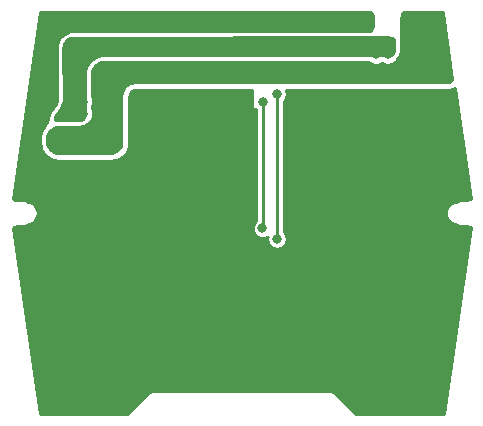
<source format=gbr>
%TF.GenerationSoftware,KiCad,Pcbnew,(5.1.6)-1*%
%TF.CreationDate,2020-11-14T16:31:53+00:00*%
%TF.ProjectId,Displayboard4,44697370-6c61-4796-926f-617264342e6b,rev?*%
%TF.SameCoordinates,Original*%
%TF.FileFunction,Copper,L2,Bot*%
%TF.FilePolarity,Positive*%
%FSLAX46Y46*%
G04 Gerber Fmt 4.6, Leading zero omitted, Abs format (unit mm)*
G04 Created by KiCad (PCBNEW (5.1.6)-1) date 2020-11-14 16:31:53*
%MOMM*%
%LPD*%
G01*
G04 APERTURE LIST*
%TA.AperFunction,ViaPad*%
%ADD10C,0.800000*%
%TD*%
%TA.AperFunction,Conductor*%
%ADD11C,0.250000*%
%TD*%
%TA.AperFunction,Conductor*%
%ADD12C,0.254000*%
%TD*%
%TA.AperFunction,Conductor*%
%ADD13C,0.300000*%
%TD*%
G04 APERTURE END LIST*
D10*
%TO.N,GND*%
X110990000Y-65760000D03*
X112490000Y-65760000D03*
X113990000Y-65760000D03*
X115490000Y-65760000D03*
X116990000Y-65760000D03*
X110990000Y-67260000D03*
X112490000Y-67260000D03*
X113990000Y-67260000D03*
X115490000Y-67260000D03*
X116990000Y-67260000D03*
X110990000Y-68760000D03*
X112490000Y-68760000D03*
X113990000Y-68760000D03*
X115490000Y-68760000D03*
X116990000Y-68760000D03*
X118715000Y-78140000D03*
X114425000Y-75275000D03*
X131475000Y-67575000D03*
X132975000Y-67575000D03*
X134475000Y-67575000D03*
X135975000Y-67575000D03*
X137475000Y-67575000D03*
X131475000Y-69075000D03*
X132975000Y-69075000D03*
X134475000Y-69075000D03*
X135975000Y-69075000D03*
X137475000Y-69075000D03*
X131475000Y-70575000D03*
X132975000Y-70575000D03*
X134475000Y-70575000D03*
X135975000Y-70575000D03*
X137475000Y-70575000D03*
X131475000Y-72075000D03*
X132975000Y-72075000D03*
X134475000Y-72075000D03*
X135975000Y-72075000D03*
X137475000Y-72075000D03*
X131475000Y-73575000D03*
X132975000Y-73575000D03*
X134475000Y-73575000D03*
X135975000Y-73575000D03*
X137475000Y-73575000D03*
X132900000Y-51330000D03*
X131890000Y-51330000D03*
X106290000Y-56100000D03*
X106290000Y-57100000D03*
X106290000Y-58100000D03*
X120215000Y-78140000D03*
X121715000Y-78140000D03*
X123215000Y-78140000D03*
X124715000Y-78140000D03*
X126215000Y-78140000D03*
X118715000Y-79640000D03*
X120215000Y-79640000D03*
X121715000Y-79640000D03*
X123215000Y-79640000D03*
X124715000Y-79640000D03*
X126215000Y-79640000D03*
X118715000Y-81140000D03*
X120215000Y-81140000D03*
X121715000Y-81140000D03*
X123215000Y-81140000D03*
X124715000Y-81140000D03*
X126215000Y-81140000D03*
X108105000Y-78135000D03*
X106605000Y-76635000D03*
X108105000Y-79635000D03*
X106605000Y-79635000D03*
X106605000Y-78135000D03*
X108105000Y-81135000D03*
X106605000Y-81135000D03*
X108105000Y-76635000D03*
X106605000Y-75135000D03*
X108105000Y-75135000D03*
X126950000Y-71080000D03*
X128530000Y-71080000D03*
X105290000Y-58100000D03*
X105290000Y-57100000D03*
X105290000Y-56100000D03*
%TO.N,13V*%
X109050000Y-61110000D03*
X136900000Y-51330000D03*
X106430010Y-61100000D03*
X137860000Y-51330000D03*
%TO.N,+3V3*%
X109050000Y-58100000D03*
X134900000Y-54070000D03*
X133900000Y-54070000D03*
X109050000Y-59100000D03*
%TO.N,RST*%
X125490000Y-57390000D03*
X125490153Y-69710153D03*
%TO.N,Display5_CS*%
X124254990Y-58115010D03*
X124250000Y-68810000D03*
%TD*%
D11*
%TO.N,RST*%
X125490153Y-57390153D02*
X125490000Y-57390000D01*
X125490153Y-69710153D02*
X125490153Y-57390153D01*
%TO.N,Display5_CS*%
X124254990Y-68805010D02*
X124250000Y-68810000D01*
X124254990Y-58115010D02*
X124254990Y-68805010D01*
%TD*%
D12*
%TO.N,GND*%
G36*
X133475362Y-50515328D02*
G01*
X133555978Y-50666150D01*
X133605624Y-50829811D01*
X133623000Y-51006234D01*
X133623000Y-51493766D01*
X133605624Y-51670189D01*
X133555978Y-51833850D01*
X133475362Y-51984672D01*
X133401452Y-52074732D01*
X108270742Y-52092300D01*
X108228861Y-52094388D01*
X108033657Y-52113765D01*
X107951519Y-52130174D01*
X107763853Y-52187285D01*
X107686498Y-52219414D01*
X107513592Y-52312062D01*
X107443997Y-52358673D01*
X107292504Y-52483293D01*
X107233348Y-52542594D01*
X107109098Y-52694390D01*
X107062656Y-52764098D01*
X106970430Y-52937229D01*
X106938491Y-53014662D01*
X106881837Y-53202467D01*
X106865628Y-53284647D01*
X106846728Y-53479898D01*
X106844742Y-53521782D01*
X106852406Y-57928400D01*
X106838218Y-58067592D01*
X106802511Y-58179758D01*
X106733618Y-58301538D01*
X106292014Y-58922543D01*
X106261516Y-58972315D01*
X106189563Y-59110075D01*
X106150226Y-59219700D01*
X106118174Y-59371778D01*
X106109922Y-59487958D01*
X106116687Y-59590460D01*
X105998983Y-59752083D01*
X105991718Y-59763244D01*
X105886834Y-59944517D01*
X105875998Y-59968807D01*
X105824891Y-60125796D01*
X105722156Y-60251872D01*
X105665013Y-60338059D01*
X105573150Y-60511452D01*
X105533937Y-60607138D01*
X105477702Y-60795131D01*
X105457929Y-60896635D01*
X105439488Y-61091990D01*
X105437161Y-61143703D01*
X105438873Y-61556335D01*
X105441611Y-61607844D01*
X105461532Y-61802345D01*
X105482000Y-61903328D01*
X105539386Y-62090235D01*
X105579113Y-62185308D01*
X105671771Y-62357476D01*
X105729239Y-62443001D01*
X105853627Y-62593848D01*
X105926635Y-62666554D01*
X106077997Y-62790315D01*
X106163760Y-62847427D01*
X106336311Y-62939370D01*
X106431548Y-62978703D01*
X106618692Y-63035313D01*
X106719758Y-63055362D01*
X106914339Y-63074476D01*
X106965859Y-63077000D01*
X111460000Y-63077000D01*
X111511656Y-63074462D01*
X111706746Y-63055247D01*
X111808068Y-63035093D01*
X111995661Y-62978188D01*
X112091109Y-62938653D01*
X112263996Y-62846243D01*
X112349895Y-62788847D01*
X112501432Y-62664484D01*
X112574484Y-62591432D01*
X112698847Y-62439895D01*
X112756243Y-62353996D01*
X112848653Y-62181109D01*
X112888188Y-62085661D01*
X112945093Y-61898068D01*
X112965247Y-61796746D01*
X112984462Y-61601656D01*
X112987000Y-61550000D01*
X112987000Y-57615888D01*
X112998589Y-57498220D01*
X113025360Y-57409969D01*
X113068836Y-57328631D01*
X113127342Y-57257342D01*
X113198631Y-57198836D01*
X113279969Y-57155360D01*
X113368220Y-57128589D01*
X113485888Y-57117000D01*
X123340566Y-57117000D01*
X123333002Y-58569339D01*
X123334482Y-58589343D01*
X123340667Y-58613458D01*
X123351438Y-58635904D01*
X123366381Y-58655817D01*
X123384922Y-58672432D01*
X123406348Y-58685111D01*
X123429836Y-58693366D01*
X123454483Y-58696880D01*
X123676981Y-58706554D01*
X123702990Y-58732563D01*
X123702991Y-68187456D01*
X123607628Y-68282819D01*
X123517123Y-68418269D01*
X123454782Y-68568773D01*
X123423000Y-68728548D01*
X123423000Y-68891452D01*
X123454782Y-69051227D01*
X123517123Y-69201731D01*
X123607628Y-69337181D01*
X123722819Y-69452372D01*
X123858269Y-69542877D01*
X124008773Y-69605218D01*
X124168548Y-69637000D01*
X124331452Y-69637000D01*
X124491227Y-69605218D01*
X124641731Y-69542877D01*
X124686125Y-69513214D01*
X124663153Y-69628701D01*
X124663153Y-69791605D01*
X124694935Y-69951380D01*
X124757276Y-70101884D01*
X124847781Y-70237334D01*
X124962972Y-70352525D01*
X125098422Y-70443030D01*
X125248926Y-70505371D01*
X125408701Y-70537153D01*
X125571605Y-70537153D01*
X125731380Y-70505371D01*
X125881884Y-70443030D01*
X126017334Y-70352525D01*
X126132525Y-70237334D01*
X126223030Y-70101884D01*
X126285371Y-69951380D01*
X126317153Y-69791605D01*
X126317153Y-69628701D01*
X126285371Y-69468926D01*
X126223030Y-69318422D01*
X126132525Y-69182972D01*
X126042153Y-69092600D01*
X126042153Y-58007400D01*
X126132372Y-57917181D01*
X126222877Y-57781731D01*
X126285218Y-57631227D01*
X126317000Y-57471452D01*
X126317000Y-57308548D01*
X126285218Y-57148773D01*
X126272057Y-57117000D01*
X139793262Y-57117000D01*
X139843424Y-57114607D01*
X140032926Y-57096487D01*
X140131430Y-57077476D01*
X140314064Y-57023774D01*
X140407181Y-56986441D01*
X140532249Y-56921863D01*
X141868861Y-66278149D01*
X141828951Y-66306142D01*
X141701028Y-66355319D01*
X141557221Y-66373000D01*
X141193162Y-66373000D01*
X141180474Y-66373635D01*
X140981651Y-66393599D01*
X140956779Y-66398645D01*
X140765896Y-66457742D01*
X140742526Y-66467632D01*
X140605749Y-66542423D01*
X140467843Y-66569854D01*
X140291802Y-66642773D01*
X140133370Y-66748634D01*
X139998634Y-66883370D01*
X139892773Y-67041802D01*
X139819854Y-67217843D01*
X139782680Y-67404727D01*
X139782680Y-67595273D01*
X139819854Y-67782157D01*
X139892773Y-67958198D01*
X139998634Y-68116630D01*
X140133370Y-68251366D01*
X140291802Y-68357227D01*
X140467843Y-68430146D01*
X140585681Y-68453586D01*
X140723164Y-68529929D01*
X140746785Y-68540070D01*
X140939906Y-68600686D01*
X140965086Y-68605863D01*
X141166458Y-68626348D01*
X141179311Y-68627000D01*
X141547219Y-68627000D01*
X141693113Y-68644939D01*
X141822994Y-68694873D01*
X141868186Y-68726576D01*
X139607983Y-84548000D01*
X132187225Y-84548000D01*
X130335323Y-82696100D01*
X130321159Y-82678841D01*
X130252333Y-82622357D01*
X130173810Y-82580386D01*
X130088607Y-82554540D01*
X130022205Y-82548000D01*
X130000000Y-82545813D01*
X129977795Y-82548000D01*
X115022204Y-82548000D01*
X114999999Y-82545813D01*
X114911392Y-82554540D01*
X114826190Y-82580386D01*
X114747667Y-82622357D01*
X114678841Y-82678841D01*
X114664686Y-82696089D01*
X112812777Y-84548000D01*
X105392017Y-84548000D01*
X103133157Y-68735981D01*
X103188853Y-68696910D01*
X103322686Y-68645456D01*
X103472782Y-68627000D01*
X103847928Y-68627000D01*
X103861120Y-68626313D01*
X104067741Y-68604734D01*
X104093555Y-68599283D01*
X104291260Y-68535477D01*
X104315391Y-68524809D01*
X104453194Y-68445853D01*
X104532157Y-68430146D01*
X104708198Y-68357227D01*
X104866630Y-68251366D01*
X105001366Y-68116630D01*
X105107227Y-67958198D01*
X105180146Y-67782157D01*
X105217320Y-67595273D01*
X105217320Y-67404727D01*
X105180146Y-67217843D01*
X105107227Y-67041802D01*
X105001366Y-66883370D01*
X104866630Y-66748634D01*
X104708198Y-66642773D01*
X104532157Y-66569854D01*
X104431507Y-66549833D01*
X104315744Y-66483985D01*
X104291731Y-66473441D01*
X104095092Y-66410386D01*
X104069426Y-66405000D01*
X103864029Y-66383679D01*
X103850916Y-66383000D01*
X103471802Y-66383000D01*
X103321458Y-66364520D01*
X103187379Y-66312989D01*
X103131735Y-66273971D01*
X105392017Y-50452000D01*
X133423390Y-50452000D01*
X133475362Y-50515328D01*
G37*
X133475362Y-50515328D02*
X133555978Y-50666150D01*
X133605624Y-50829811D01*
X133623000Y-51006234D01*
X133623000Y-51493766D01*
X133605624Y-51670189D01*
X133555978Y-51833850D01*
X133475362Y-51984672D01*
X133401452Y-52074732D01*
X108270742Y-52092300D01*
X108228861Y-52094388D01*
X108033657Y-52113765D01*
X107951519Y-52130174D01*
X107763853Y-52187285D01*
X107686498Y-52219414D01*
X107513592Y-52312062D01*
X107443997Y-52358673D01*
X107292504Y-52483293D01*
X107233348Y-52542594D01*
X107109098Y-52694390D01*
X107062656Y-52764098D01*
X106970430Y-52937229D01*
X106938491Y-53014662D01*
X106881837Y-53202467D01*
X106865628Y-53284647D01*
X106846728Y-53479898D01*
X106844742Y-53521782D01*
X106852406Y-57928400D01*
X106838218Y-58067592D01*
X106802511Y-58179758D01*
X106733618Y-58301538D01*
X106292014Y-58922543D01*
X106261516Y-58972315D01*
X106189563Y-59110075D01*
X106150226Y-59219700D01*
X106118174Y-59371778D01*
X106109922Y-59487958D01*
X106116687Y-59590460D01*
X105998983Y-59752083D01*
X105991718Y-59763244D01*
X105886834Y-59944517D01*
X105875998Y-59968807D01*
X105824891Y-60125796D01*
X105722156Y-60251872D01*
X105665013Y-60338059D01*
X105573150Y-60511452D01*
X105533937Y-60607138D01*
X105477702Y-60795131D01*
X105457929Y-60896635D01*
X105439488Y-61091990D01*
X105437161Y-61143703D01*
X105438873Y-61556335D01*
X105441611Y-61607844D01*
X105461532Y-61802345D01*
X105482000Y-61903328D01*
X105539386Y-62090235D01*
X105579113Y-62185308D01*
X105671771Y-62357476D01*
X105729239Y-62443001D01*
X105853627Y-62593848D01*
X105926635Y-62666554D01*
X106077997Y-62790315D01*
X106163760Y-62847427D01*
X106336311Y-62939370D01*
X106431548Y-62978703D01*
X106618692Y-63035313D01*
X106719758Y-63055362D01*
X106914339Y-63074476D01*
X106965859Y-63077000D01*
X111460000Y-63077000D01*
X111511656Y-63074462D01*
X111706746Y-63055247D01*
X111808068Y-63035093D01*
X111995661Y-62978188D01*
X112091109Y-62938653D01*
X112263996Y-62846243D01*
X112349895Y-62788847D01*
X112501432Y-62664484D01*
X112574484Y-62591432D01*
X112698847Y-62439895D01*
X112756243Y-62353996D01*
X112848653Y-62181109D01*
X112888188Y-62085661D01*
X112945093Y-61898068D01*
X112965247Y-61796746D01*
X112984462Y-61601656D01*
X112987000Y-61550000D01*
X112987000Y-57615888D01*
X112998589Y-57498220D01*
X113025360Y-57409969D01*
X113068836Y-57328631D01*
X113127342Y-57257342D01*
X113198631Y-57198836D01*
X113279969Y-57155360D01*
X113368220Y-57128589D01*
X113485888Y-57117000D01*
X123340566Y-57117000D01*
X123333002Y-58569339D01*
X123334482Y-58589343D01*
X123340667Y-58613458D01*
X123351438Y-58635904D01*
X123366381Y-58655817D01*
X123384922Y-58672432D01*
X123406348Y-58685111D01*
X123429836Y-58693366D01*
X123454483Y-58696880D01*
X123676981Y-58706554D01*
X123702990Y-58732563D01*
X123702991Y-68187456D01*
X123607628Y-68282819D01*
X123517123Y-68418269D01*
X123454782Y-68568773D01*
X123423000Y-68728548D01*
X123423000Y-68891452D01*
X123454782Y-69051227D01*
X123517123Y-69201731D01*
X123607628Y-69337181D01*
X123722819Y-69452372D01*
X123858269Y-69542877D01*
X124008773Y-69605218D01*
X124168548Y-69637000D01*
X124331452Y-69637000D01*
X124491227Y-69605218D01*
X124641731Y-69542877D01*
X124686125Y-69513214D01*
X124663153Y-69628701D01*
X124663153Y-69791605D01*
X124694935Y-69951380D01*
X124757276Y-70101884D01*
X124847781Y-70237334D01*
X124962972Y-70352525D01*
X125098422Y-70443030D01*
X125248926Y-70505371D01*
X125408701Y-70537153D01*
X125571605Y-70537153D01*
X125731380Y-70505371D01*
X125881884Y-70443030D01*
X126017334Y-70352525D01*
X126132525Y-70237334D01*
X126223030Y-70101884D01*
X126285371Y-69951380D01*
X126317153Y-69791605D01*
X126317153Y-69628701D01*
X126285371Y-69468926D01*
X126223030Y-69318422D01*
X126132525Y-69182972D01*
X126042153Y-69092600D01*
X126042153Y-58007400D01*
X126132372Y-57917181D01*
X126222877Y-57781731D01*
X126285218Y-57631227D01*
X126317000Y-57471452D01*
X126317000Y-57308548D01*
X126285218Y-57148773D01*
X126272057Y-57117000D01*
X139793262Y-57117000D01*
X139843424Y-57114607D01*
X140032926Y-57096487D01*
X140131430Y-57077476D01*
X140314064Y-57023774D01*
X140407181Y-56986441D01*
X140532249Y-56921863D01*
X141868861Y-66278149D01*
X141828951Y-66306142D01*
X141701028Y-66355319D01*
X141557221Y-66373000D01*
X141193162Y-66373000D01*
X141180474Y-66373635D01*
X140981651Y-66393599D01*
X140956779Y-66398645D01*
X140765896Y-66457742D01*
X140742526Y-66467632D01*
X140605749Y-66542423D01*
X140467843Y-66569854D01*
X140291802Y-66642773D01*
X140133370Y-66748634D01*
X139998634Y-66883370D01*
X139892773Y-67041802D01*
X139819854Y-67217843D01*
X139782680Y-67404727D01*
X139782680Y-67595273D01*
X139819854Y-67782157D01*
X139892773Y-67958198D01*
X139998634Y-68116630D01*
X140133370Y-68251366D01*
X140291802Y-68357227D01*
X140467843Y-68430146D01*
X140585681Y-68453586D01*
X140723164Y-68529929D01*
X140746785Y-68540070D01*
X140939906Y-68600686D01*
X140965086Y-68605863D01*
X141166458Y-68626348D01*
X141179311Y-68627000D01*
X141547219Y-68627000D01*
X141693113Y-68644939D01*
X141822994Y-68694873D01*
X141868186Y-68726576D01*
X139607983Y-84548000D01*
X132187225Y-84548000D01*
X130335323Y-82696100D01*
X130321159Y-82678841D01*
X130252333Y-82622357D01*
X130173810Y-82580386D01*
X130088607Y-82554540D01*
X130022205Y-82548000D01*
X130000000Y-82545813D01*
X129977795Y-82548000D01*
X115022204Y-82548000D01*
X114999999Y-82545813D01*
X114911392Y-82554540D01*
X114826190Y-82580386D01*
X114747667Y-82622357D01*
X114678841Y-82678841D01*
X114664686Y-82696089D01*
X112812777Y-84548000D01*
X105392017Y-84548000D01*
X103133157Y-68735981D01*
X103188853Y-68696910D01*
X103322686Y-68645456D01*
X103472782Y-68627000D01*
X103847928Y-68627000D01*
X103861120Y-68626313D01*
X104067741Y-68604734D01*
X104093555Y-68599283D01*
X104291260Y-68535477D01*
X104315391Y-68524809D01*
X104453194Y-68445853D01*
X104532157Y-68430146D01*
X104708198Y-68357227D01*
X104866630Y-68251366D01*
X105001366Y-68116630D01*
X105107227Y-67958198D01*
X105180146Y-67782157D01*
X105217320Y-67595273D01*
X105217320Y-67404727D01*
X105180146Y-67217843D01*
X105107227Y-67041802D01*
X105001366Y-66883370D01*
X104866630Y-66748634D01*
X104708198Y-66642773D01*
X104532157Y-66569854D01*
X104431507Y-66549833D01*
X104315744Y-66483985D01*
X104291731Y-66473441D01*
X104095092Y-66410386D01*
X104069426Y-66405000D01*
X103864029Y-66383679D01*
X103850916Y-66383000D01*
X103471802Y-66383000D01*
X103321458Y-66364520D01*
X103187379Y-66312989D01*
X103131735Y-66273971D01*
X105392017Y-50452000D01*
X133423390Y-50452000D01*
X133475362Y-50515328D01*
%TO.N,+3V3*%
G36*
X135047539Y-52645027D02*
G01*
X135211520Y-52694749D01*
X135362617Y-52775563D01*
X135423000Y-52825184D01*
X135423000Y-53643724D01*
X135411405Y-53761418D01*
X135384619Y-53849697D01*
X135341129Y-53931038D01*
X135282593Y-54002340D01*
X135211275Y-54060843D01*
X135129907Y-54104308D01*
X135041628Y-54131057D01*
X134923920Y-54142608D01*
X110770583Y-54133382D01*
X110718914Y-54135901D01*
X110523769Y-54155051D01*
X110422414Y-54175177D01*
X110234758Y-54232038D01*
X110139277Y-54271555D01*
X109966324Y-54363942D01*
X109880391Y-54421331D01*
X109728791Y-54545691D01*
X109655706Y-54618748D01*
X109531288Y-54770301D01*
X109473868Y-54856211D01*
X109381415Y-55029128D01*
X109341860Y-55124594D01*
X109284927Y-55312229D01*
X109264763Y-55413578D01*
X109245539Y-55608715D01*
X109243000Y-55660382D01*
X109243000Y-59106772D01*
X109231448Y-59224254D01*
X109204766Y-59312371D01*
X109161428Y-59393611D01*
X109103103Y-59464846D01*
X109032014Y-59523363D01*
X108950888Y-59566915D01*
X108862844Y-59593828D01*
X108745389Y-59605688D01*
X106960139Y-59610373D01*
X106908439Y-59613051D01*
X106713213Y-59632816D01*
X106688968Y-59637710D01*
X106671803Y-59589111D01*
X106663870Y-59468922D01*
X106688711Y-59351059D01*
X106748541Y-59236509D01*
X107197899Y-58604600D01*
X107204938Y-58593533D01*
X107306498Y-58414009D01*
X107316976Y-58390001D01*
X107379544Y-58193460D01*
X107384873Y-58167813D01*
X107405788Y-57962615D01*
X107406443Y-57949516D01*
X107398752Y-53527057D01*
X107415844Y-53350484D01*
X107465267Y-53186647D01*
X107545725Y-53035608D01*
X107654121Y-52903181D01*
X107786276Y-52794469D01*
X107937122Y-52713641D01*
X108100834Y-52663820D01*
X108277373Y-52646296D01*
X134870750Y-52627705D01*
X135047539Y-52645027D01*
G37*
X135047539Y-52645027D02*
X135211520Y-52694749D01*
X135362617Y-52775563D01*
X135423000Y-52825184D01*
X135423000Y-53643724D01*
X135411405Y-53761418D01*
X135384619Y-53849697D01*
X135341129Y-53931038D01*
X135282593Y-54002340D01*
X135211275Y-54060843D01*
X135129907Y-54104308D01*
X135041628Y-54131057D01*
X134923920Y-54142608D01*
X110770583Y-54133382D01*
X110718914Y-54135901D01*
X110523769Y-54155051D01*
X110422414Y-54175177D01*
X110234758Y-54232038D01*
X110139277Y-54271555D01*
X109966324Y-54363942D01*
X109880391Y-54421331D01*
X109728791Y-54545691D01*
X109655706Y-54618748D01*
X109531288Y-54770301D01*
X109473868Y-54856211D01*
X109381415Y-55029128D01*
X109341860Y-55124594D01*
X109284927Y-55312229D01*
X109264763Y-55413578D01*
X109245539Y-55608715D01*
X109243000Y-55660382D01*
X109243000Y-59106772D01*
X109231448Y-59224254D01*
X109204766Y-59312371D01*
X109161428Y-59393611D01*
X109103103Y-59464846D01*
X109032014Y-59523363D01*
X108950888Y-59566915D01*
X108862844Y-59593828D01*
X108745389Y-59605688D01*
X106960139Y-59610373D01*
X106908439Y-59613051D01*
X106713213Y-59632816D01*
X106688968Y-59637710D01*
X106671803Y-59589111D01*
X106663870Y-59468922D01*
X106688711Y-59351059D01*
X106748541Y-59236509D01*
X107197899Y-58604600D01*
X107204938Y-58593533D01*
X107306498Y-58414009D01*
X107316976Y-58390001D01*
X107379544Y-58193460D01*
X107384873Y-58167813D01*
X107405788Y-57962615D01*
X107406443Y-57949516D01*
X107398752Y-53527057D01*
X107415844Y-53350484D01*
X107465267Y-53186647D01*
X107545725Y-53035608D01*
X107654121Y-52903181D01*
X107786276Y-52794469D01*
X107937122Y-52713641D01*
X108100834Y-52663820D01*
X108277373Y-52646296D01*
X134870750Y-52627705D01*
X135047539Y-52645027D01*
D13*
%TO.N,13V*%
G36*
X140312999Y-56256855D02*
G01*
X140252986Y-56304137D01*
X140109322Y-56378316D01*
X139954208Y-56423926D01*
X139786106Y-56440000D01*
X113460000Y-56440000D01*
X113445297Y-56440722D01*
X113250207Y-56459937D01*
X113221368Y-56465674D01*
X113033775Y-56522579D01*
X113006608Y-56533832D01*
X112833721Y-56626242D01*
X112809271Y-56642578D01*
X112657734Y-56766941D01*
X112636941Y-56787734D01*
X112512578Y-56939271D01*
X112496242Y-56963721D01*
X112403832Y-57136608D01*
X112392579Y-57163775D01*
X112335674Y-57351368D01*
X112329937Y-57380207D01*
X112310722Y-57575297D01*
X112310000Y-57590000D01*
X112310000Y-61542627D01*
X112292955Y-61715688D01*
X112244627Y-61875004D01*
X112166148Y-62021828D01*
X112060528Y-62150528D01*
X111931828Y-62256148D01*
X111785004Y-62334627D01*
X111625688Y-62382955D01*
X111452627Y-62400000D01*
X106973204Y-62400000D01*
X106800609Y-62383046D01*
X106641669Y-62334967D01*
X106495125Y-62256882D01*
X106366576Y-62151774D01*
X106260936Y-62023663D01*
X106182245Y-61877446D01*
X106133506Y-61718705D01*
X106115837Y-61546184D01*
X106114186Y-61148267D01*
X106130543Y-60974982D01*
X106178302Y-60815325D01*
X106256320Y-60668064D01*
X106361587Y-60538881D01*
X106490064Y-60432733D01*
X106636784Y-60353724D01*
X106796119Y-60304883D01*
X106969296Y-60287351D01*
X108773019Y-60282617D01*
X108787695Y-60281859D01*
X108982412Y-60262197D01*
X109011191Y-60256404D01*
X109198350Y-60199194D01*
X109225450Y-60187906D01*
X109397882Y-60095338D01*
X109422263Y-60078989D01*
X109573364Y-59954610D01*
X109594095Y-59933825D01*
X109718077Y-59782399D01*
X109732027Y-59761476D01*
X109787913Y-59705590D01*
X109891879Y-59549994D01*
X109963492Y-59377105D01*
X110000000Y-59193567D01*
X110000000Y-59006433D01*
X109963492Y-58822895D01*
X109920000Y-58717896D01*
X109920000Y-58482104D01*
X109963492Y-58377105D01*
X110000000Y-58193567D01*
X110000000Y-58006433D01*
X109963492Y-57822895D01*
X109920000Y-57717896D01*
X109920000Y-55667749D01*
X109937052Y-55494659D01*
X109985404Y-55335306D01*
X110063924Y-55188448D01*
X110169587Y-55059739D01*
X110298335Y-54954125D01*
X110445221Y-54875663D01*
X110604595Y-54827372D01*
X110777696Y-54810385D01*
X133310991Y-54818992D01*
X133450006Y-54911879D01*
X133622895Y-54983492D01*
X133806433Y-55020000D01*
X133993567Y-55020000D01*
X134177105Y-54983492D01*
X134349994Y-54911879D01*
X134400000Y-54878466D01*
X134450006Y-54911879D01*
X134622895Y-54983492D01*
X134806433Y-55020000D01*
X134993567Y-55020000D01*
X135177105Y-54983492D01*
X135349994Y-54911879D01*
X135505590Y-54807913D01*
X135637913Y-54675590D01*
X135741879Y-54519994D01*
X135753853Y-54491085D01*
X135772908Y-54472038D01*
X135897326Y-54320485D01*
X135913670Y-54296033D01*
X136006123Y-54123116D01*
X136017381Y-54095943D01*
X136074314Y-53908308D01*
X136080053Y-53879461D01*
X136099277Y-53684324D01*
X136100000Y-53669618D01*
X136100000Y-51019855D01*
X136117097Y-50846538D01*
X136165577Y-50686988D01*
X136225548Y-50575000D01*
X139501306Y-50575000D01*
X140312999Y-56256855D01*
G37*
X140312999Y-56256855D02*
X140252986Y-56304137D01*
X140109322Y-56378316D01*
X139954208Y-56423926D01*
X139786106Y-56440000D01*
X113460000Y-56440000D01*
X113445297Y-56440722D01*
X113250207Y-56459937D01*
X113221368Y-56465674D01*
X113033775Y-56522579D01*
X113006608Y-56533832D01*
X112833721Y-56626242D01*
X112809271Y-56642578D01*
X112657734Y-56766941D01*
X112636941Y-56787734D01*
X112512578Y-56939271D01*
X112496242Y-56963721D01*
X112403832Y-57136608D01*
X112392579Y-57163775D01*
X112335674Y-57351368D01*
X112329937Y-57380207D01*
X112310722Y-57575297D01*
X112310000Y-57590000D01*
X112310000Y-61542627D01*
X112292955Y-61715688D01*
X112244627Y-61875004D01*
X112166148Y-62021828D01*
X112060528Y-62150528D01*
X111931828Y-62256148D01*
X111785004Y-62334627D01*
X111625688Y-62382955D01*
X111452627Y-62400000D01*
X106973204Y-62400000D01*
X106800609Y-62383046D01*
X106641669Y-62334967D01*
X106495125Y-62256882D01*
X106366576Y-62151774D01*
X106260936Y-62023663D01*
X106182245Y-61877446D01*
X106133506Y-61718705D01*
X106115837Y-61546184D01*
X106114186Y-61148267D01*
X106130543Y-60974982D01*
X106178302Y-60815325D01*
X106256320Y-60668064D01*
X106361587Y-60538881D01*
X106490064Y-60432733D01*
X106636784Y-60353724D01*
X106796119Y-60304883D01*
X106969296Y-60287351D01*
X108773019Y-60282617D01*
X108787695Y-60281859D01*
X108982412Y-60262197D01*
X109011191Y-60256404D01*
X109198350Y-60199194D01*
X109225450Y-60187906D01*
X109397882Y-60095338D01*
X109422263Y-60078989D01*
X109573364Y-59954610D01*
X109594095Y-59933825D01*
X109718077Y-59782399D01*
X109732027Y-59761476D01*
X109787913Y-59705590D01*
X109891879Y-59549994D01*
X109963492Y-59377105D01*
X110000000Y-59193567D01*
X110000000Y-59006433D01*
X109963492Y-58822895D01*
X109920000Y-58717896D01*
X109920000Y-58482104D01*
X109963492Y-58377105D01*
X110000000Y-58193567D01*
X110000000Y-58006433D01*
X109963492Y-57822895D01*
X109920000Y-57717896D01*
X109920000Y-55667749D01*
X109937052Y-55494659D01*
X109985404Y-55335306D01*
X110063924Y-55188448D01*
X110169587Y-55059739D01*
X110298335Y-54954125D01*
X110445221Y-54875663D01*
X110604595Y-54827372D01*
X110777696Y-54810385D01*
X133310991Y-54818992D01*
X133450006Y-54911879D01*
X133622895Y-54983492D01*
X133806433Y-55020000D01*
X133993567Y-55020000D01*
X134177105Y-54983492D01*
X134349994Y-54911879D01*
X134400000Y-54878466D01*
X134450006Y-54911879D01*
X134622895Y-54983492D01*
X134806433Y-55020000D01*
X134993567Y-55020000D01*
X135177105Y-54983492D01*
X135349994Y-54911879D01*
X135505590Y-54807913D01*
X135637913Y-54675590D01*
X135741879Y-54519994D01*
X135753853Y-54491085D01*
X135772908Y-54472038D01*
X135897326Y-54320485D01*
X135913670Y-54296033D01*
X136006123Y-54123116D01*
X136017381Y-54095943D01*
X136074314Y-53908308D01*
X136080053Y-53879461D01*
X136099277Y-53684324D01*
X136100000Y-53669618D01*
X136100000Y-51019855D01*
X136117097Y-50846538D01*
X136165577Y-50686988D01*
X136225548Y-50575000D01*
X139501306Y-50575000D01*
X140312999Y-56256855D01*
%TD*%
M02*

</source>
